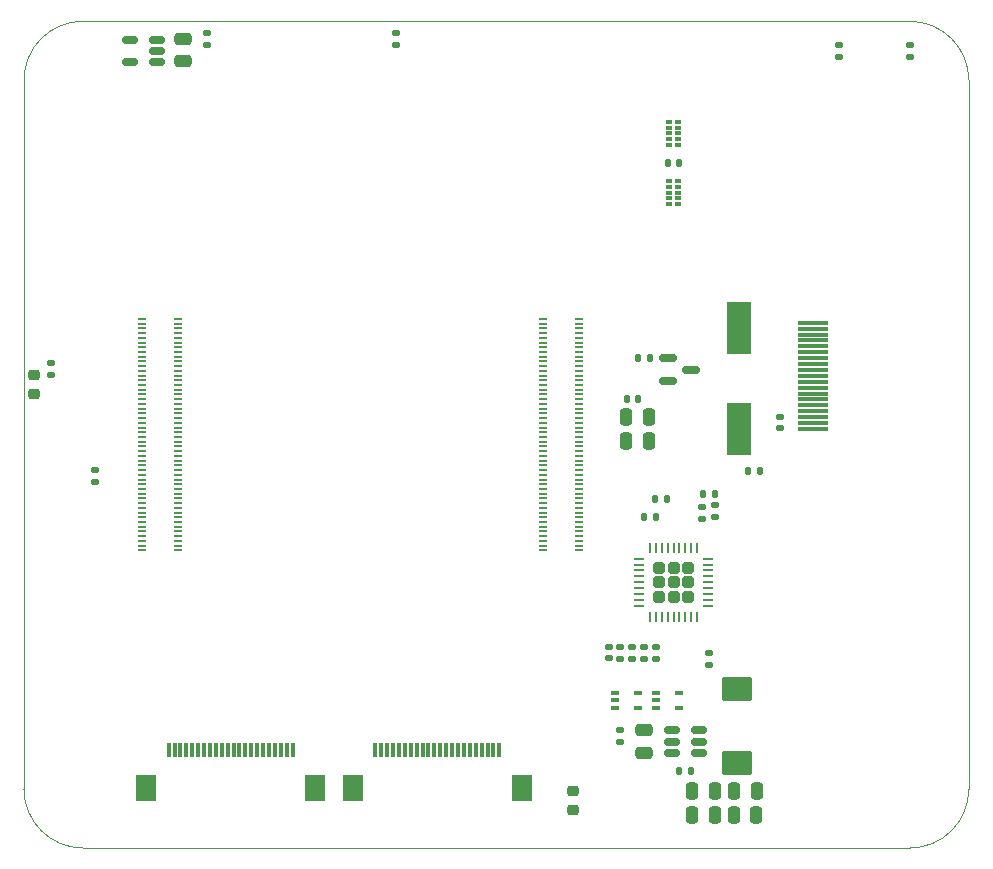
<source format=gtp>
G04 #@! TF.GenerationSoftware,KiCad,Pcbnew,5.99.0-unknown-2a2dc1c0ff~131~ubuntu21.04.1*
G04 #@! TF.CreationDate,2021-08-03T15:44:54+06:00*
G04 #@! TF.ProjectId,CM4IOv5,434d3449-4f76-4352-9e6b-696361645f70,rev?*
G04 #@! TF.SameCoordinates,Original*
G04 #@! TF.FileFunction,Paste,Top*
G04 #@! TF.FilePolarity,Positive*
%FSLAX46Y46*%
G04 Gerber Fmt 4.6, Leading zero omitted, Abs format (unit mm)*
G04 Created by KiCad (PCBNEW 5.99.0-unknown-2a2dc1c0ff~131~ubuntu21.04.1) date 2021-08-03 15:44:54*
%MOMM*%
%LPD*%
G01*
G04 APERTURE LIST*
G04 Aperture macros list*
%AMRoundRect*
0 Rectangle with rounded corners*
0 $1 Rounding radius*
0 $2 $3 $4 $5 $6 $7 $8 $9 X,Y pos of 4 corners*
0 Add a 4 corners polygon primitive as box body*
4,1,4,$2,$3,$4,$5,$6,$7,$8,$9,$2,$3,0*
0 Add four circle primitives for the rounded corners*
1,1,$1+$1,$2,$3*
1,1,$1+$1,$4,$5*
1,1,$1+$1,$6,$7*
1,1,$1+$1,$8,$9*
0 Add four rect primitives between the rounded corners*
20,1,$1+$1,$2,$3,$4,$5,0*
20,1,$1+$1,$4,$5,$6,$7,0*
20,1,$1+$1,$6,$7,$8,$9,0*
20,1,$1+$1,$8,$9,$2,$3,0*%
G04 Aperture macros list end*
G04 #@! TA.AperFunction,Profile*
%ADD10C,0.050000*%
G04 #@! TD*
%ADD11R,0.700000X0.200000*%
%ADD12RoundRect,0.135000X0.185000X-0.135000X0.185000X0.135000X-0.185000X0.135000X-0.185000X-0.135000X0*%
%ADD13RoundRect,0.140000X0.170000X-0.140000X0.170000X0.140000X-0.170000X0.140000X-0.170000X-0.140000X0*%
%ADD14RoundRect,0.150000X-0.512500X-0.150000X0.512500X-0.150000X0.512500X0.150000X-0.512500X0.150000X0*%
%ADD15RoundRect,0.250000X-0.475000X0.250000X-0.475000X-0.250000X0.475000X-0.250000X0.475000X0.250000X0*%
%ADD16RoundRect,0.218750X0.256250X-0.218750X0.256250X0.218750X-0.256250X0.218750X-0.256250X-0.218750X0*%
%ADD17R,2.600000X0.300000*%
%ADD18RoundRect,0.135000X-0.135000X-0.185000X0.135000X-0.185000X0.135000X0.185000X-0.135000X0.185000X0*%
%ADD19RoundRect,0.250000X-0.250000X-0.475000X0.250000X-0.475000X0.250000X0.475000X-0.250000X0.475000X0*%
%ADD20R,0.300000X1.300000*%
%ADD21R,1.800000X2.200000*%
%ADD22R,0.650000X0.400000*%
%ADD23R,2.000000X4.500000*%
%ADD24RoundRect,0.250000X0.250000X0.475000X-0.250000X0.475000X-0.250000X-0.475000X0.250000X-0.475000X0*%
%ADD25RoundRect,0.247500X-0.247500X-0.247500X0.247500X-0.247500X0.247500X0.247500X-0.247500X0.247500X0*%
%ADD26RoundRect,0.062500X-0.350000X-0.062500X0.350000X-0.062500X0.350000X0.062500X-0.350000X0.062500X0*%
%ADD27RoundRect,0.062500X-0.062500X-0.350000X0.062500X-0.350000X0.062500X0.350000X-0.062500X0.350000X0*%
%ADD28R,0.550000X0.300000*%
%ADD29R,0.550000X0.400000*%
%ADD30RoundRect,0.135000X0.135000X0.185000X-0.135000X0.185000X-0.135000X-0.185000X0.135000X-0.185000X0*%
%ADD31RoundRect,0.250000X-1.025000X0.787500X-1.025000X-0.787500X1.025000X-0.787500X1.025000X0.787500X0*%
%ADD32RoundRect,0.135000X-0.185000X0.135000X-0.185000X-0.135000X0.185000X-0.135000X0.185000X0.135000X0*%
%ADD33RoundRect,0.140000X-0.140000X-0.170000X0.140000X-0.170000X0.140000X0.170000X-0.140000X0.170000X0*%
%ADD34RoundRect,0.218750X-0.256250X0.218750X-0.256250X-0.218750X0.256250X-0.218750X0.256250X0.218750X0*%
%ADD35RoundRect,0.140000X0.140000X0.170000X-0.140000X0.170000X-0.140000X-0.170000X0.140000X-0.170000X0*%
%ADD36RoundRect,0.250000X0.475000X-0.250000X0.475000X0.250000X-0.475000X0.250000X-0.475000X-0.250000X0*%
%ADD37RoundRect,0.150000X-0.587500X-0.150000X0.587500X-0.150000X0.587500X0.150000X-0.587500X0.150000X0*%
%ADD38RoundRect,0.150000X0.512500X0.150000X-0.512500X0.150000X-0.512500X-0.150000X0.512500X-0.150000X0*%
G04 APERTURE END LIST*
D10*
X141200000Y-105400000D02*
G75*
G03*
X146200000Y-100400000I0J5000000D01*
G01*
X146200000Y-40400000D02*
G75*
G03*
X141200000Y-35400000I-5000000J0D01*
G01*
X146200000Y-40400000D02*
X146200000Y-100400000D01*
X66200000Y-100400000D02*
G75*
G03*
X71200000Y-105400000I5000000J0D01*
G01*
X141200000Y-105400000D02*
X71200000Y-105400000D01*
X66200000Y-100400000D02*
X66200000Y-40400000D01*
X71200000Y-35400000D02*
G75*
G03*
X66200000Y-40400000I0J-5000000D01*
G01*
X71200000Y-35400000D02*
X141200000Y-35400000D01*
D11*
X76200000Y-60600000D03*
X79280000Y-60600000D03*
X76200000Y-61000000D03*
X79280000Y-61000000D03*
X76200000Y-61400000D03*
X79280000Y-61400000D03*
X76200000Y-61800000D03*
X79280000Y-61800000D03*
X76200000Y-62200000D03*
X79280000Y-62200000D03*
X76200000Y-62600000D03*
X79280000Y-62600000D03*
X76200000Y-63000000D03*
X79280000Y-63000000D03*
X76200000Y-63400000D03*
X79280000Y-63400000D03*
X76200000Y-63800000D03*
X79280000Y-63800000D03*
X76200000Y-64200000D03*
X79280000Y-64200000D03*
X76200000Y-64600000D03*
X79280000Y-64600000D03*
X76200000Y-65000000D03*
X79280000Y-65000000D03*
X76200000Y-65400000D03*
X79280000Y-65400000D03*
X76200000Y-65800000D03*
X79280000Y-65800000D03*
X76200000Y-66200000D03*
X79280000Y-66200000D03*
X76200000Y-66600000D03*
X79280000Y-66600000D03*
X76200000Y-67000000D03*
X79280000Y-67000000D03*
X76200000Y-67400000D03*
X79280000Y-67400000D03*
X76200000Y-67800000D03*
X79280000Y-67800000D03*
X76200000Y-68200000D03*
X79280000Y-68200000D03*
X76200000Y-68600000D03*
X79280000Y-68600000D03*
X76200000Y-69000000D03*
X79280000Y-69000000D03*
X76200000Y-69400000D03*
X79280000Y-69400000D03*
X76200000Y-69800000D03*
X79280000Y-69800000D03*
X76200000Y-70200000D03*
X79280000Y-70200000D03*
X76200000Y-70600000D03*
X79280000Y-70600000D03*
X76200000Y-71000000D03*
X79280000Y-71000000D03*
X76200000Y-71400000D03*
X79280000Y-71400000D03*
X76200000Y-71800000D03*
X79280000Y-71800000D03*
X76200000Y-72200000D03*
X79280000Y-72200000D03*
X76200000Y-72600000D03*
X79280000Y-72600000D03*
X76200000Y-73000000D03*
X79280000Y-73000000D03*
X76200000Y-73400000D03*
X79280000Y-73400000D03*
X76200000Y-73800000D03*
X79280000Y-73800000D03*
X76200000Y-74200000D03*
X79280000Y-74200000D03*
X76200000Y-74600000D03*
X79280000Y-74600000D03*
X76200000Y-75000000D03*
X79280000Y-75000000D03*
X76200000Y-75400000D03*
X79280000Y-75400000D03*
X76200000Y-75800000D03*
X79280000Y-75800000D03*
X76200000Y-76200000D03*
X79280000Y-76200000D03*
X76200000Y-76600000D03*
X79280000Y-76600000D03*
X76200000Y-77000000D03*
X79280000Y-77000000D03*
X76200000Y-77400000D03*
X79280000Y-77400000D03*
X76200000Y-77800000D03*
X79280000Y-77800000D03*
X76200000Y-78200000D03*
X79280000Y-78200000D03*
X76200000Y-78600000D03*
X79280000Y-78600000D03*
X76200000Y-79000000D03*
X79280000Y-79000000D03*
X76200000Y-79400000D03*
X79280000Y-79400000D03*
X76200000Y-79800000D03*
X79280000Y-79800000D03*
X76200000Y-80200000D03*
X79280000Y-80200000D03*
X110120000Y-60600000D03*
X113200000Y-60600000D03*
X110120000Y-61000000D03*
X113200000Y-61000000D03*
X110120000Y-61400000D03*
X113200000Y-61400000D03*
X110120000Y-61800000D03*
X113200000Y-61800000D03*
X110120000Y-62200000D03*
X113200000Y-62200000D03*
X110120000Y-62600000D03*
X113200000Y-62600000D03*
X110120000Y-63000000D03*
X113200000Y-63000000D03*
X110120000Y-63400000D03*
X113200000Y-63400000D03*
X110120000Y-63800000D03*
X113200000Y-63800000D03*
X110120000Y-64200000D03*
X113200000Y-64200000D03*
X110120000Y-64600000D03*
X113200000Y-64600000D03*
X110120000Y-65000000D03*
X113200000Y-65000000D03*
X110120000Y-65400000D03*
X113200000Y-65400000D03*
X110120000Y-65800000D03*
X113200000Y-65800000D03*
X110120000Y-66200000D03*
X113200000Y-66200000D03*
X110120000Y-66600000D03*
X113200000Y-66600000D03*
X110120000Y-67000000D03*
X113200000Y-67000000D03*
X110120000Y-67400000D03*
X113200000Y-67400000D03*
X110120000Y-67800000D03*
X113200000Y-67800000D03*
X110120000Y-68200000D03*
X113200000Y-68200000D03*
X110120000Y-68600000D03*
X113200000Y-68600000D03*
X110120000Y-69000000D03*
X113200000Y-69000000D03*
X110120000Y-69400000D03*
X113200000Y-69400000D03*
X110120000Y-69800000D03*
X113200000Y-69800000D03*
X110120000Y-70200000D03*
X113200000Y-70200000D03*
X110120000Y-70600000D03*
X113200000Y-70600000D03*
X110120000Y-71000000D03*
X113200000Y-71000000D03*
X110120000Y-71400000D03*
X113200000Y-71400000D03*
X110120000Y-71800000D03*
X113200000Y-71800000D03*
X110120000Y-72200000D03*
X113200000Y-72200000D03*
X110120000Y-72600000D03*
X113200000Y-72600000D03*
X110120000Y-73000000D03*
X113200000Y-73000000D03*
X110120000Y-73400000D03*
X113200000Y-73400000D03*
X110120000Y-73800000D03*
X113200000Y-73800000D03*
X110120000Y-74200000D03*
X113200000Y-74200000D03*
X110120000Y-74600000D03*
X113200000Y-74600000D03*
X110120000Y-75000000D03*
X113200000Y-75000000D03*
X110120000Y-75400000D03*
X113200000Y-75400000D03*
X110120000Y-75800000D03*
X113200000Y-75800000D03*
X110120000Y-76200000D03*
X113200000Y-76200000D03*
X110120000Y-76600000D03*
X113200000Y-76600000D03*
X110120000Y-77000000D03*
X113200000Y-77000000D03*
X110120000Y-77400000D03*
X113200000Y-77400000D03*
X110120000Y-77800000D03*
X113200000Y-77800000D03*
X110120000Y-78200000D03*
X113200000Y-78200000D03*
X110120000Y-78600000D03*
X113200000Y-78600000D03*
X110120000Y-79000000D03*
X113200000Y-79000000D03*
X110120000Y-79400000D03*
X113200000Y-79400000D03*
X110120000Y-79800000D03*
X113200000Y-79800000D03*
X110120000Y-80200000D03*
X113200000Y-80200000D03*
D12*
X141200000Y-38410000D03*
X141200000Y-37390000D03*
D13*
X119700000Y-89380000D03*
X119700000Y-88420000D03*
D14*
X121062500Y-95450000D03*
X121062500Y-96400000D03*
X121062500Y-97350000D03*
X123337500Y-97350000D03*
X123337500Y-96400000D03*
X123337500Y-95450000D03*
D15*
X118700000Y-95450000D03*
X118700000Y-97350000D03*
D13*
X117700000Y-89360000D03*
X117700000Y-88400000D03*
D12*
X72200000Y-74410000D03*
X72200000Y-73390000D03*
D16*
X112700000Y-102187500D03*
X112700000Y-100612500D03*
D17*
X132970000Y-60925000D03*
X132970000Y-61425000D03*
X132970000Y-61925000D03*
X132970000Y-62425000D03*
X132970000Y-62925000D03*
X132970000Y-63425000D03*
X132970000Y-63925000D03*
X132970000Y-64425000D03*
X132970000Y-64925000D03*
X132970000Y-65425000D03*
X132970000Y-65925000D03*
X132970000Y-66425000D03*
X132970000Y-66925000D03*
X132970000Y-67425000D03*
X132970000Y-67925000D03*
X132970000Y-68425000D03*
X132970000Y-68925000D03*
X132970000Y-69425000D03*
X132970000Y-69925000D03*
D13*
X130200000Y-69880000D03*
X130200000Y-68920000D03*
D18*
X123690000Y-75400000D03*
X124710000Y-75400000D03*
D12*
X124700000Y-77410000D03*
X124700000Y-76390000D03*
D19*
X117200000Y-70900000D03*
X119100000Y-70900000D03*
X122779600Y-100580900D03*
X124679600Y-100580900D03*
D20*
X78450000Y-97100000D03*
X78950000Y-97100000D03*
X79450000Y-97100000D03*
X79950000Y-97100000D03*
X80450000Y-97100000D03*
X80950000Y-97100000D03*
X81450000Y-97100000D03*
X81950000Y-97100000D03*
X82450000Y-97100000D03*
X82950000Y-97100000D03*
X83450000Y-97100000D03*
X83950000Y-97100000D03*
X84450000Y-97100000D03*
X84950000Y-97100000D03*
X85450000Y-97100000D03*
X85950000Y-97100000D03*
X86450000Y-97100000D03*
X86950000Y-97100000D03*
X87450000Y-97100000D03*
X87950000Y-97100000D03*
X88450000Y-97100000D03*
X88950000Y-97100000D03*
D21*
X76550000Y-100350000D03*
X90850000Y-100350000D03*
D12*
X81700000Y-37410000D03*
X81700000Y-36390000D03*
D22*
X116250000Y-92250000D03*
X116250000Y-92900000D03*
X116250000Y-93550000D03*
X118150000Y-93550000D03*
X118150000Y-92250000D03*
D23*
X126700000Y-69900000D03*
X126700000Y-61400000D03*
D18*
X118690000Y-77400000D03*
X119710000Y-77400000D03*
D20*
X95950000Y-97100000D03*
X96450000Y-97100000D03*
X96950000Y-97100000D03*
X97450000Y-97100000D03*
X97950000Y-97100000D03*
X98450000Y-97100000D03*
X98950000Y-97100000D03*
X99450000Y-97100000D03*
X99950000Y-97100000D03*
X100450000Y-97100000D03*
X100950000Y-97100000D03*
X101450000Y-97100000D03*
X101950000Y-97100000D03*
X102450000Y-97100000D03*
X102950000Y-97100000D03*
X103450000Y-97100000D03*
X103950000Y-97100000D03*
X104450000Y-97100000D03*
X104950000Y-97100000D03*
X105450000Y-97100000D03*
X105950000Y-97100000D03*
X106450000Y-97100000D03*
D21*
X94050000Y-100350000D03*
X108350000Y-100350000D03*
D24*
X128229600Y-100580900D03*
X126329600Y-100580900D03*
D12*
X97700000Y-37410000D03*
X97700000Y-36390000D03*
D13*
X118700000Y-89380000D03*
X118700000Y-88420000D03*
X116700000Y-89380000D03*
X116700000Y-88420000D03*
D25*
X122430000Y-81670000D03*
X121200000Y-84130000D03*
X119970000Y-84130000D03*
X121200000Y-82900000D03*
X119970000Y-81670000D03*
X122430000Y-82900000D03*
X121200000Y-81670000D03*
X122430000Y-84130000D03*
X119970000Y-82900000D03*
D26*
X118262500Y-80900000D03*
X118262500Y-81400000D03*
X118262500Y-81900000D03*
X118262500Y-82400000D03*
X118262500Y-82900000D03*
X118262500Y-83400000D03*
X118262500Y-83900000D03*
X118262500Y-84400000D03*
X118262500Y-84900000D03*
D27*
X119200000Y-85837500D03*
X119700000Y-85837500D03*
X120200000Y-85837500D03*
X120700000Y-85837500D03*
X121200000Y-85837500D03*
X121700000Y-85837500D03*
X122200000Y-85837500D03*
X122700000Y-85837500D03*
X123200000Y-85837500D03*
D26*
X124137500Y-84900000D03*
X124137500Y-84400000D03*
X124137500Y-83900000D03*
X124137500Y-83400000D03*
X124137500Y-82900000D03*
X124137500Y-82400000D03*
X124137500Y-81900000D03*
X124137500Y-81400000D03*
X124137500Y-80900000D03*
D27*
X123200000Y-79962500D03*
X122700000Y-79962500D03*
X122200000Y-79962500D03*
X121700000Y-79962500D03*
X121200000Y-79962500D03*
X120700000Y-79962500D03*
X120200000Y-79962500D03*
X119700000Y-79962500D03*
X119200000Y-79962500D03*
D28*
X120815000Y-43900000D03*
X120815000Y-44400000D03*
D29*
X120815000Y-44900000D03*
D28*
X120815000Y-45400000D03*
X120815000Y-45900000D03*
X121585000Y-45900000D03*
X121585000Y-45400000D03*
D29*
X121585000Y-44900000D03*
D28*
X121585000Y-44400000D03*
X121585000Y-43900000D03*
D30*
X122710000Y-98900000D03*
X121690000Y-98900000D03*
D31*
X126553200Y-91938000D03*
X126553200Y-98163000D03*
D12*
X135200000Y-38410000D03*
X135200000Y-37390000D03*
D32*
X124200000Y-88890000D03*
X124200000Y-89910000D03*
D28*
X120815000Y-48900000D03*
X120815000Y-49400000D03*
D29*
X120815000Y-49900000D03*
D28*
X120815000Y-50400000D03*
X120815000Y-50900000D03*
X121585000Y-50900000D03*
X121585000Y-50400000D03*
D29*
X121585000Y-49900000D03*
D28*
X121585000Y-49400000D03*
X121585000Y-48900000D03*
D12*
X123606800Y-77514800D03*
X123606800Y-76494800D03*
D33*
X117220000Y-67400000D03*
X118180000Y-67400000D03*
D12*
X116700000Y-96400000D03*
X116700000Y-95380000D03*
D22*
X119750000Y-92250000D03*
X119750000Y-92900000D03*
X119750000Y-93550000D03*
X121650000Y-93550000D03*
X121650000Y-92250000D03*
D34*
X67066400Y-65369400D03*
X67066400Y-66944400D03*
D24*
X128179600Y-102580900D03*
X126279600Y-102580900D03*
D33*
X127523600Y-73446800D03*
X128483600Y-73446800D03*
D35*
X119180000Y-63900000D03*
X118220000Y-63900000D03*
D19*
X117200000Y-68900000D03*
X119100000Y-68900000D03*
D36*
X79700000Y-38800000D03*
X79700000Y-36900000D03*
D13*
X115701924Y-89350000D03*
X115701924Y-88390000D03*
D35*
X121680000Y-47400000D03*
X120720000Y-47400000D03*
D37*
X120762500Y-63950000D03*
X120762500Y-65850000D03*
X122637500Y-64900000D03*
D38*
X77475000Y-38850000D03*
X77475000Y-37900000D03*
X77475000Y-36950000D03*
X75200000Y-36950000D03*
X75200000Y-38850000D03*
D12*
X68488800Y-65373600D03*
X68488800Y-64353600D03*
D19*
X122779600Y-102580900D03*
X124679600Y-102580900D03*
D35*
X120609600Y-75885200D03*
X119649600Y-75885200D03*
M02*

</source>
